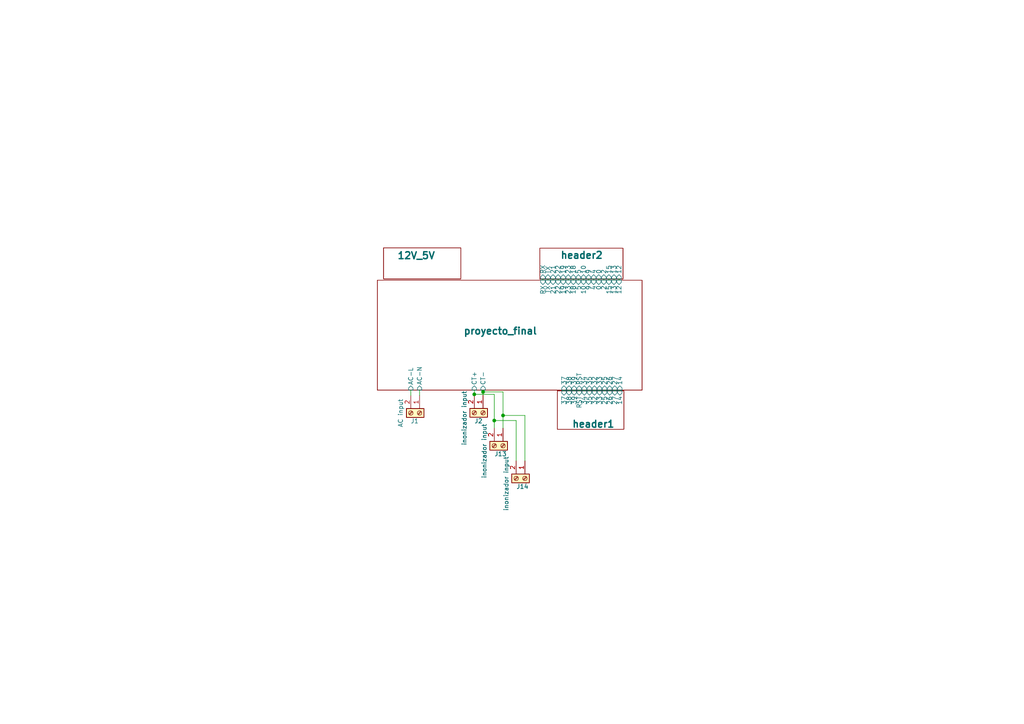
<source format=kicad_sch>
(kicad_sch (version 20211123) (generator eeschema)
  (paper "A4")
  (lib_symbols
    (symbol "Connector:Screw_Terminal_01x02" (pin_names (offset 1.016) hide)
      (property "Reference" "J" (at 0 2.54 0))
      (property "Value" "Screw_Terminal_01x02" (at 0 -5.08 0))
      (symbol "Screw_Terminal_01x02_1_1"
        (rectangle (start -1.27 1.27) (end 1.27 -3.81) (stroke (width 0.254)) (fill (type background)))
        (circle (center 0 -2.54) (radius 0.635) (stroke (width 0.1524)))
        (polyline (pts (xy -0.5334 -2.2098) (xy 0.3302 -3.048)) (stroke (width 0.1524)))
        (polyline (pts (xy -0.5334 0.3302) (xy 0.3302 -0.508)) (stroke (width 0.1524)))
        (polyline (pts (xy -0.3556 -2.032) (xy 0.508 -2.8702)) (stroke (width 0.1524)))
        (polyline (pts (xy -0.3556 0.508) (xy 0.508 -0.3302)) (stroke (width 0.1524)))
        (circle (center 0 0) (radius 0.635) (stroke (width 0.1524)))
        (pin passive line (at -5.08 0 0) (length 3.81) (name "Pin_1") (number "1"))
        (pin passive line (at -5.08 -2.54 0) (length 3.81) (name "Pin_2") (number "2"))
      )
    )
  )
  (junction (at 143.3576 121.9708))
  (junction (at 137.5664 114.3762))
  (junction (at 140.1064 113.665))
  (junction (at 145.8976 120.4976))
  (wire (pts (xy 179.7812 113.157) (xy 179.7812 113.3602)))
  (wire (pts (xy 167.9956 113.157) (xy 167.9956 113.3602)))
  (wire (pts (xy 149.7076 121.9708) (xy 143.3576 121.9708)))
  (wire (pts (xy 166.2938 80.9244) (xy 166.2938 81.28)))
  (wire (pts (xy 176.6062 80.9244) (xy 176.6062 81.28)))
  (wire (pts (xy 169.4688 113.157) (xy 169.4688 113.3602)))
  (wire (pts (xy 119.1514 113.157) (xy 119.1514 114.7064)))
  (wire (pts (xy 173.8884 113.157) (xy 173.8884 113.3602)))
  (wire (pts (xy 157.4546 80.9244) (xy 157.4546 81.28)))
  (wire (pts (xy 172.1866 80.9244) (xy 172.1866 81.28)))
  (wire (pts (xy 169.2402 80.9244) (xy 169.2402 81.28)))
  (wire (pts (xy 145.8976 113.665) (xy 140.1064 113.665)))
  (wire (pts (xy 175.133 80.9244) (xy 175.133 81.28)))
  (wire (pts (xy 145.8976 124.206) (xy 145.8976 120.4976)))
  (wire (pts (xy 152.2476 133.6802) (xy 152.2476 120.4976)))
  (wire (pts (xy 165.0492 113.157) (xy 165.0492 113.3602)))
  (wire (pts (xy 163.576 113.157) (xy 163.576 113.3602)))
  (wire (pts (xy 161.8742 80.9244) (xy 161.8742 81.28)))
  (wire (pts (xy 175.3616 113.157) (xy 175.3616 113.3602)))
  (wire (pts (xy 137.5664 114.3762) (xy 137.5664 114.6556)))
  (wire (pts (xy 173.6598 80.9244) (xy 173.6598 81.28)))
  (wire (pts (xy 158.9278 80.9244) (xy 158.9278 81.28)))
  (wire (pts (xy 137.5664 113.157) (xy 137.5664 114.3762)))
  (wire (pts (xy 172.4152 113.157) (xy 172.4152 113.3602)))
  (wire (pts (xy 152.2476 120.4976) (xy 145.8976 120.4976)))
  (wire (pts (xy 160.401 80.9244) (xy 160.401 81.28)))
  (wire (pts (xy 149.7076 133.6802) (xy 149.7076 121.9708)))
  (wire (pts (xy 143.3576 114.3762) (xy 137.5664 114.3762)))
  (wire (pts (xy 167.767 80.9244) (xy 167.767 81.28)))
  (wire (pts (xy 140.1064 113.665) (xy 140.1064 114.6556)))
  (wire (pts (xy 179.5526 80.9244) (xy 179.5526 81.28)))
  (wire (pts (xy 143.3576 121.9708) (xy 143.3576 114.3762)))
  (wire (pts (xy 170.942 113.157) (xy 170.942 113.3602)))
  (wire (pts (xy 164.8206 80.9244) (xy 164.8206 81.28)))
  (wire (pts (xy 170.7134 80.9244) (xy 170.7134 81.28)))
  (wire (pts (xy 163.3474 80.9244) (xy 163.3474 81.28)))
  (wire (pts (xy 166.5224 113.157) (xy 166.5224 113.3602)))
  (wire (pts (xy 143.3576 124.206) (xy 143.3576 121.9708)))
  (wire (pts (xy 178.0794 80.9244) (xy 178.0794 81.28)))
  (wire (pts (xy 145.8976 120.4976) (xy 145.8976 113.665)))
  (wire (pts (xy 140.1064 113.157) (xy 140.1064 113.665)))
  (wire (pts (xy 178.308 113.157) (xy 178.308 113.3602)))
  (wire (pts (xy 121.6914 113.157) (xy 121.6914 114.7064)))
  (wire (pts (xy 176.8348 113.157) (xy 176.8348 113.3602)))
  (symbol (lib_id "Connector:Screw_Terminal_01x02") (at 121.6914 119.7864 270) (unit 1)
    (property "Reference" "J1" (at 119.0752 122.1232 90) (effects (justify left)))
    (property "Value" "AC input" (at 116.1796 115.6462 0) (effects (justify left)))
    (property "Footprint" "TerminalBlock:TerminalBlock_bornier-2_P5.08mm" (effects hide))
  )
  (symbol (lib_id "Connector:Screw_Terminal_01x02") (at 145.8976 129.286 270) (unit 1)
    (property "Reference" "J13" (at 143.383 131.6482 90) (effects (justify left)))
    (property "Value" "inonizador input" (at 140.462 122.8598 0) (effects (justify left)))
    (property "Footprint" "Connector_PinSocket_2.54mm:PinSocket_1x02_P2.54mm_Vertical" (effects hide))
  )
  (symbol (lib_id "Connector:Screw_Terminal_01x02") (at 152.2476 138.7602 270) (unit 1)
    (property "Reference" "J14" (at 149.733 141.1224 90) (effects (justify left)))
    (property "Value" "inonizador input" (at 146.812 132.334 0) (effects (justify left)))
    (property "Footprint" "Connector_JST:JST_EH_B2B-EH-A_1x02_P2.50mm_Vertical" (effects hide))
  )
  (symbol (lib_id "Connector:Screw_Terminal_01x02") (at 140.1064 119.7356 270) (unit 1)
    (property "Reference" "J2" (at 137.5918 122.0978 90) (effects (justify left)))
    (property "Value" "inonizador input" (at 134.6708 113.3094 0) (effects (justify left)))
    (property "Footprint" "TerminalBlock:TerminalBlock_bornier-2_P5.08mm" (effects hide))
  )
  (sheet (at 156.5656 71.9836) (size 24.13 8.9408) (stroke (width 0.1524))
    (property "Sheet name" "header2" (at 162.4584 75.184 0) (effects (font (size 2 2) bold) (justify left bottom)))
    (property "Sheet file" "header.kicad_sch" (effects hide))
    (pin "22" input (at 161.8742 80.9244 270))
    (pin "19" input (at 163.3474 80.9244 270))
    (pin "21" input (at 160.401 80.9244 270))
    (pin "23" input (at 164.8206 80.9244 270))
    (pin "TX" input (at 158.9278 80.9244 270))
    (pin "RX" input (at 157.4546 80.9244 270))
    (pin "5" input (at 167.767 80.9244 270))
    (pin "9" input (at 170.7134 80.9244 270))
    (pin "4" input (at 172.1866 80.9244 270))
    (pin "10" input (at 169.2402 80.9244 270))
    (pin "18" input (at 166.2938 80.9244 270))
    (pin "0" input (at 173.6598 80.9244 270))
    (pin "15" input (at 176.6062 80.9244 270))
    (pin "13" input (at 178.0794 80.9244 270))
    (pin "2" input (at 175.133 80.9244 270))
    (pin "12" input (at 179.5526 80.9244 270))
  )
  (sheet (at 161.6456 113.3602) (size 19.304 11.1506) (stroke (width 0.1524))
    (property "Sheet name" "header1" (at 165.8366 124.1552 0) (effects (font (size 2 2) bold) (justify left bottom)))
    (property "Sheet file" "header1.kicad_sch" (effects hide))
    (pin "39" input (at 166.5224 113.3602 90))
    (pin "38" input (at 165.0492 113.3602 90))
    (pin "37" input (at 163.576 113.3602 90))
    (pin "RST" input (at 167.9956 113.3602 90))
    (pin "25" input (at 175.3616 113.3602 90))
    (pin "32" input (at 172.4152 113.3602 90))
    (pin "34" input (at 169.4688 113.3602 90))
    (pin "35" input (at 170.942 113.3602 90))
    (pin "33" input (at 173.8884 113.3602 90))
    (pin "27" input (at 178.308 113.3602 90))
    (pin "14" input (at 179.7812 113.3602 90))
    (pin "26" input (at 176.8348 113.3602 90))
  )
  (sheet (at 109.4486 81.28) (size 76.7842 31.877) (stroke (width 0.1524))
    (property "Sheet name" "proyecto_final" (at 134.3406 97.155 0) (effects (font (size 2 2) bold) (justify left bottom)))
    (property "Sheet file" "proyecto_final.kicad_sch" (effects hide))
    (pin "23" input (at 164.8206 81.28 90))
    (pin "18" input (at 166.2938 81.28 90))
    (pin "5" input (at 167.767 81.28 90))
    (pin "10" input (at 169.2402 81.28 90))
    (pin "9" input (at 170.7134 81.28 90))
    (pin "2" input (at 175.133 81.28 90))
    (pin "0" input (at 173.6598 81.28 90))
    (pin "4" input (at 172.1866 81.28 90))
    (pin "12" input (at 179.5526 81.28 90))
    (pin "13" input (at 178.0794 81.28 90))
    (pin "15" input (at 176.6062 81.28 90))
    (pin "14" input (at 179.7812 113.157 270))
    (pin "27" input (at 178.308 113.157 270))
    (pin "25" input (at 175.3616 113.157 270))
    (pin "33" input (at 173.8884 113.157 270))
    (pin "26" input (at 176.8348 113.157 270))
    (pin "32" input (at 172.4152 113.157 270))
    (pin "34" input (at 169.4688 113.157 270))
    (pin "35" input (at 170.942 113.157 270))
    (pin "19" input (at 163.3474 81.28 90))
    (pin "21" input (at 160.401 81.28 90))
    (pin "RX" input (at 157.4546 81.28 90))
    (pin "22" input (at 161.8742 81.28 90))
    (pin "TX" input (at 158.9278 81.28 90))
    (pin "38" input (at 165.0492 113.157 270))
    (pin "39" input (at 166.5224 113.157 270))
    (pin "37" input (at 163.576 113.157 270))
    (pin "RST" input (at 167.9956 113.157 270))
    (pin "AC-N" input (at 121.6914 113.157 270))
    (pin "AC-L" input (at 119.1514 113.157 270))
    (pin "CT-" input (at 140.1064 113.157 270))
    (pin "CT+" input (at 137.5664 113.157 270))
  )
  (sheet (at 111.252 71.882) (size 22.4028 9.017) (stroke (width 0.1524))
    (property "Sheet name" "12V_5V" (at 115.1382 75.2856 0) (effects (font (size 2 2) bold) (justify left bottom)))
    (property "Sheet file" "12V_5V.kicad_sch" (effects hide))
  )
)
</source>
